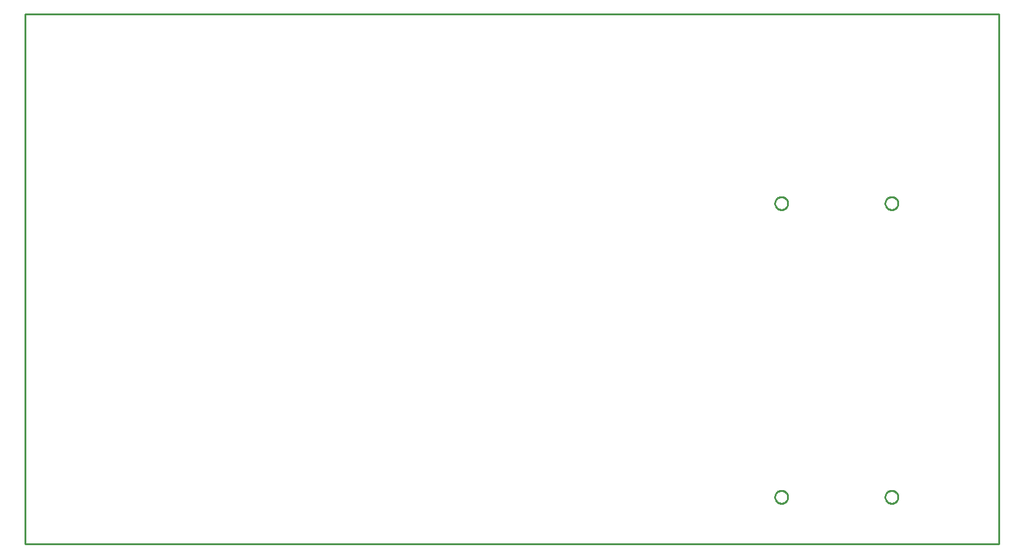
<source format=gbr>
G04 EAGLE Gerber X2 export*
%TF.Part,Single*%
%TF.FileFunction,Profile,NP*%
%TF.FilePolarity,Positive*%
%TF.GenerationSoftware,Autodesk,EAGLE,9.1.2*%
%TF.CreationDate,2019-01-09T08:49:19Z*%
G75*
%MOMM*%
%FSLAX34Y34*%
%LPD*%
%AMOC8*
5,1,8,0,0,1.08239X$1,22.5*%
G01*
%ADD10C,0.254000*%


D10*
X0Y0D02*
X1346000Y0D01*
X1346000Y733300D01*
X0Y733300D01*
X0Y0D01*
X1044822Y73660D02*
X1044049Y73592D01*
X1043284Y73458D01*
X1042534Y73257D01*
X1041805Y72991D01*
X1041101Y72663D01*
X1040429Y72275D01*
X1039793Y71830D01*
X1039198Y71331D01*
X1038649Y70782D01*
X1038150Y70187D01*
X1037705Y69551D01*
X1037317Y68879D01*
X1036989Y68175D01*
X1036723Y67446D01*
X1036522Y66696D01*
X1036388Y65931D01*
X1036320Y65158D01*
X1036320Y64382D01*
X1036388Y63609D01*
X1036522Y62844D01*
X1036723Y62094D01*
X1036989Y61365D01*
X1037317Y60661D01*
X1037705Y59989D01*
X1038150Y59353D01*
X1038649Y58758D01*
X1039198Y58209D01*
X1039793Y57710D01*
X1040429Y57265D01*
X1041101Y56877D01*
X1041805Y56549D01*
X1042534Y56283D01*
X1043284Y56082D01*
X1044049Y55948D01*
X1044822Y55880D01*
X1045598Y55880D01*
X1046371Y55948D01*
X1047136Y56082D01*
X1047886Y56283D01*
X1048615Y56549D01*
X1049319Y56877D01*
X1049991Y57265D01*
X1050627Y57710D01*
X1051222Y58209D01*
X1051771Y58758D01*
X1052270Y59353D01*
X1052715Y59989D01*
X1053103Y60661D01*
X1053431Y61365D01*
X1053697Y62094D01*
X1053898Y62844D01*
X1054032Y63609D01*
X1054100Y64382D01*
X1054100Y65158D01*
X1054032Y65931D01*
X1053898Y66696D01*
X1053697Y67446D01*
X1053431Y68175D01*
X1053103Y68879D01*
X1052715Y69551D01*
X1052270Y70187D01*
X1051771Y70782D01*
X1051222Y71331D01*
X1050627Y71830D01*
X1049991Y72275D01*
X1049319Y72663D01*
X1048615Y72991D01*
X1047886Y73257D01*
X1047136Y73458D01*
X1046371Y73592D01*
X1045598Y73660D01*
X1044822Y73660D01*
X1197222Y73660D02*
X1196449Y73592D01*
X1195684Y73458D01*
X1194934Y73257D01*
X1194205Y72991D01*
X1193501Y72663D01*
X1192829Y72275D01*
X1192193Y71830D01*
X1191598Y71331D01*
X1191049Y70782D01*
X1190550Y70187D01*
X1190105Y69551D01*
X1189717Y68879D01*
X1189389Y68175D01*
X1189123Y67446D01*
X1188922Y66696D01*
X1188788Y65931D01*
X1188720Y65158D01*
X1188720Y64382D01*
X1188788Y63609D01*
X1188922Y62844D01*
X1189123Y62094D01*
X1189389Y61365D01*
X1189717Y60661D01*
X1190105Y59989D01*
X1190550Y59353D01*
X1191049Y58758D01*
X1191598Y58209D01*
X1192193Y57710D01*
X1192829Y57265D01*
X1193501Y56877D01*
X1194205Y56549D01*
X1194934Y56283D01*
X1195684Y56082D01*
X1196449Y55948D01*
X1197222Y55880D01*
X1197998Y55880D01*
X1198771Y55948D01*
X1199536Y56082D01*
X1200286Y56283D01*
X1201015Y56549D01*
X1201719Y56877D01*
X1202391Y57265D01*
X1203027Y57710D01*
X1203622Y58209D01*
X1204171Y58758D01*
X1204670Y59353D01*
X1205115Y59989D01*
X1205503Y60661D01*
X1205831Y61365D01*
X1206097Y62094D01*
X1206298Y62844D01*
X1206432Y63609D01*
X1206500Y64382D01*
X1206500Y65158D01*
X1206432Y65931D01*
X1206298Y66696D01*
X1206097Y67446D01*
X1205831Y68175D01*
X1205503Y68879D01*
X1205115Y69551D01*
X1204670Y70187D01*
X1204171Y70782D01*
X1203622Y71331D01*
X1203027Y71830D01*
X1202391Y72275D01*
X1201719Y72663D01*
X1201015Y72991D01*
X1200286Y73257D01*
X1199536Y73458D01*
X1198771Y73592D01*
X1197998Y73660D01*
X1197222Y73660D01*
X1197222Y480060D02*
X1196449Y479992D01*
X1195684Y479858D01*
X1194934Y479657D01*
X1194205Y479391D01*
X1193501Y479063D01*
X1192829Y478675D01*
X1192193Y478230D01*
X1191598Y477731D01*
X1191049Y477182D01*
X1190550Y476587D01*
X1190105Y475951D01*
X1189717Y475279D01*
X1189389Y474575D01*
X1189123Y473846D01*
X1188922Y473096D01*
X1188788Y472331D01*
X1188720Y471558D01*
X1188720Y470782D01*
X1188788Y470009D01*
X1188922Y469244D01*
X1189123Y468494D01*
X1189389Y467765D01*
X1189717Y467061D01*
X1190105Y466389D01*
X1190550Y465753D01*
X1191049Y465158D01*
X1191598Y464609D01*
X1192193Y464110D01*
X1192829Y463665D01*
X1193501Y463277D01*
X1194205Y462949D01*
X1194934Y462683D01*
X1195684Y462482D01*
X1196449Y462348D01*
X1197222Y462280D01*
X1197998Y462280D01*
X1198771Y462348D01*
X1199536Y462482D01*
X1200286Y462683D01*
X1201015Y462949D01*
X1201719Y463277D01*
X1202391Y463665D01*
X1203027Y464110D01*
X1203622Y464609D01*
X1204171Y465158D01*
X1204670Y465753D01*
X1205115Y466389D01*
X1205503Y467061D01*
X1205831Y467765D01*
X1206097Y468494D01*
X1206298Y469244D01*
X1206432Y470009D01*
X1206500Y470782D01*
X1206500Y471558D01*
X1206432Y472331D01*
X1206298Y473096D01*
X1206097Y473846D01*
X1205831Y474575D01*
X1205503Y475279D01*
X1205115Y475951D01*
X1204670Y476587D01*
X1204171Y477182D01*
X1203622Y477731D01*
X1203027Y478230D01*
X1202391Y478675D01*
X1201719Y479063D01*
X1201015Y479391D01*
X1200286Y479657D01*
X1199536Y479858D01*
X1198771Y479992D01*
X1197998Y480060D01*
X1197222Y480060D01*
X1044822Y480060D02*
X1044049Y479992D01*
X1043284Y479858D01*
X1042534Y479657D01*
X1041805Y479391D01*
X1041101Y479063D01*
X1040429Y478675D01*
X1039793Y478230D01*
X1039198Y477731D01*
X1038649Y477182D01*
X1038150Y476587D01*
X1037705Y475951D01*
X1037317Y475279D01*
X1036989Y474575D01*
X1036723Y473846D01*
X1036522Y473096D01*
X1036388Y472331D01*
X1036320Y471558D01*
X1036320Y470782D01*
X1036388Y470009D01*
X1036522Y469244D01*
X1036723Y468494D01*
X1036989Y467765D01*
X1037317Y467061D01*
X1037705Y466389D01*
X1038150Y465753D01*
X1038649Y465158D01*
X1039198Y464609D01*
X1039793Y464110D01*
X1040429Y463665D01*
X1041101Y463277D01*
X1041805Y462949D01*
X1042534Y462683D01*
X1043284Y462482D01*
X1044049Y462348D01*
X1044822Y462280D01*
X1045598Y462280D01*
X1046371Y462348D01*
X1047136Y462482D01*
X1047886Y462683D01*
X1048615Y462949D01*
X1049319Y463277D01*
X1049991Y463665D01*
X1050627Y464110D01*
X1051222Y464609D01*
X1051771Y465158D01*
X1052270Y465753D01*
X1052715Y466389D01*
X1053103Y467061D01*
X1053431Y467765D01*
X1053697Y468494D01*
X1053898Y469244D01*
X1054032Y470009D01*
X1054100Y470782D01*
X1054100Y471558D01*
X1054032Y472331D01*
X1053898Y473096D01*
X1053697Y473846D01*
X1053431Y474575D01*
X1053103Y475279D01*
X1052715Y475951D01*
X1052270Y476587D01*
X1051771Y477182D01*
X1051222Y477731D01*
X1050627Y478230D01*
X1049991Y478675D01*
X1049319Y479063D01*
X1048615Y479391D01*
X1047886Y479657D01*
X1047136Y479858D01*
X1046371Y479992D01*
X1045598Y480060D01*
X1044822Y480060D01*
M02*

</source>
